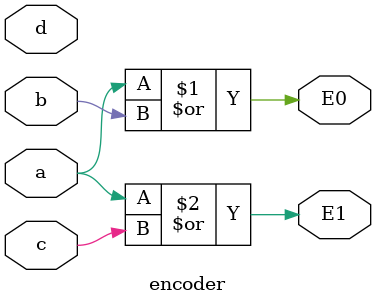
<source format=v>
`timescale 1ns / 1ps

module encoder(
    input a, b, c, d,
    output E0, E1
    );
    
assign E0 = a | b;
assign E1 = a | c;
    
endmodule

</source>
